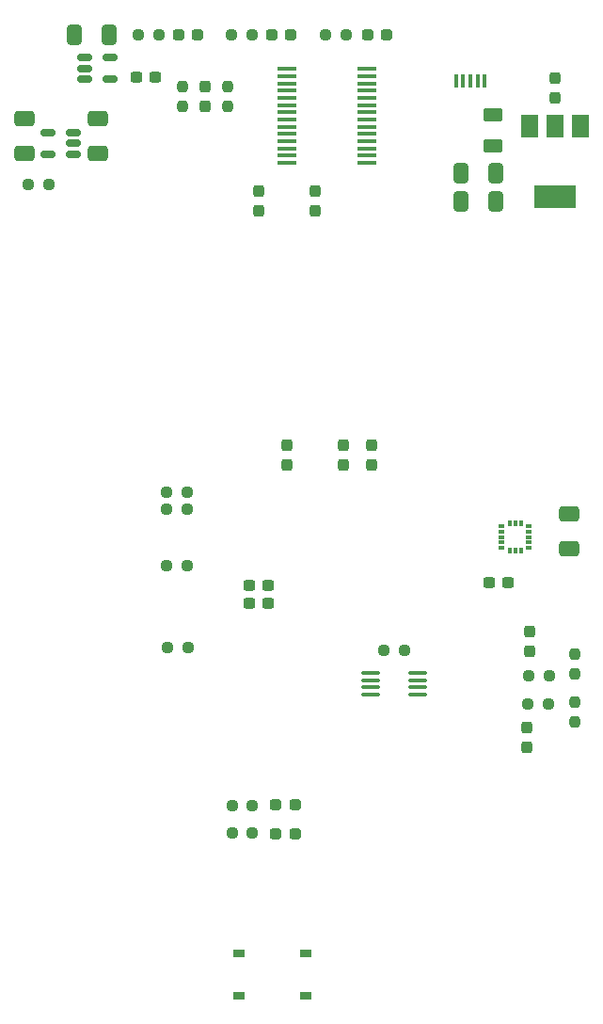
<source format=gtp>
G04 #@! TF.GenerationSoftware,KiCad,Pcbnew,7.0.7*
G04 #@! TF.CreationDate,2023-09-24T19:29:38+02:00*
G04 #@! TF.ProjectId,ardumate,61726475-6d61-4746-952e-6b696361645f,rev?*
G04 #@! TF.SameCoordinates,Original*
G04 #@! TF.FileFunction,Paste,Top*
G04 #@! TF.FilePolarity,Positive*
%FSLAX46Y46*%
G04 Gerber Fmt 4.6, Leading zero omitted, Abs format (unit mm)*
G04 Created by KiCad (PCBNEW 7.0.7) date 2023-09-24 19:29:38*
%MOMM*%
%LPD*%
G01*
G04 APERTURE LIST*
G04 Aperture macros list*
%AMRoundRect*
0 Rectangle with rounded corners*
0 $1 Rounding radius*
0 $2 $3 $4 $5 $6 $7 $8 $9 X,Y pos of 4 corners*
0 Add a 4 corners polygon primitive as box body*
4,1,4,$2,$3,$4,$5,$6,$7,$8,$9,$2,$3,0*
0 Add four circle primitives for the rounded corners*
1,1,$1+$1,$2,$3*
1,1,$1+$1,$4,$5*
1,1,$1+$1,$6,$7*
1,1,$1+$1,$8,$9*
0 Add four rect primitives between the rounded corners*
20,1,$1+$1,$2,$3,$4,$5,0*
20,1,$1+$1,$4,$5,$6,$7,0*
20,1,$1+$1,$6,$7,$8,$9,0*
20,1,$1+$1,$8,$9,$2,$3,0*%
G04 Aperture macros list end*
%ADD10RoundRect,0.250000X0.412500X0.650000X-0.412500X0.650000X-0.412500X-0.650000X0.412500X-0.650000X0*%
%ADD11RoundRect,0.250000X-0.650000X0.412500X-0.650000X-0.412500X0.650000X-0.412500X0.650000X0.412500X0*%
%ADD12RoundRect,0.237500X-0.250000X-0.237500X0.250000X-0.237500X0.250000X0.237500X-0.250000X0.237500X0*%
%ADD13RoundRect,0.087500X0.187500X0.087500X-0.187500X0.087500X-0.187500X-0.087500X0.187500X-0.087500X0*%
%ADD14RoundRect,0.087500X0.087500X0.187500X-0.087500X0.187500X-0.087500X-0.187500X0.087500X-0.187500X0*%
%ADD15RoundRect,0.237500X-0.237500X0.250000X-0.237500X-0.250000X0.237500X-0.250000X0.237500X0.250000X0*%
%ADD16RoundRect,0.237500X0.237500X-0.300000X0.237500X0.300000X-0.237500X0.300000X-0.237500X-0.300000X0*%
%ADD17RoundRect,0.237500X0.287500X0.237500X-0.287500X0.237500X-0.287500X-0.237500X0.287500X-0.237500X0*%
%ADD18RoundRect,0.100000X-0.712500X-0.100000X0.712500X-0.100000X0.712500X0.100000X-0.712500X0.100000X0*%
%ADD19RoundRect,0.237500X-0.287500X-0.237500X0.287500X-0.237500X0.287500X0.237500X-0.287500X0.237500X0*%
%ADD20RoundRect,0.237500X-0.300000X-0.237500X0.300000X-0.237500X0.300000X0.237500X-0.300000X0.237500X0*%
%ADD21RoundRect,0.237500X0.250000X0.237500X-0.250000X0.237500X-0.250000X-0.237500X0.250000X-0.237500X0*%
%ADD22R,1.750000X0.450000*%
%ADD23RoundRect,0.237500X0.237500X-0.250000X0.237500X0.250000X-0.237500X0.250000X-0.237500X-0.250000X0*%
%ADD24RoundRect,0.150000X-0.512500X-0.150000X0.512500X-0.150000X0.512500X0.150000X-0.512500X0.150000X0*%
%ADD25RoundRect,0.237500X-0.237500X0.300000X-0.237500X-0.300000X0.237500X-0.300000X0.237500X0.300000X0*%
%ADD26RoundRect,0.250000X0.650000X-0.412500X0.650000X0.412500X-0.650000X0.412500X-0.650000X-0.412500X0*%
%ADD27RoundRect,0.237500X0.300000X0.237500X-0.300000X0.237500X-0.300000X-0.237500X0.300000X-0.237500X0*%
%ADD28R,1.000000X0.750000*%
%ADD29RoundRect,0.250000X-0.625000X0.375000X-0.625000X-0.375000X0.625000X-0.375000X0.625000X0.375000X0*%
%ADD30R,1.500000X2.000000*%
%ADD31R,3.800000X2.000000*%
%ADD32RoundRect,0.150000X0.512500X0.150000X-0.512500X0.150000X-0.512500X-0.150000X0.512500X-0.150000X0*%
%ADD33R,0.450000X1.300000*%
G04 APERTURE END LIST*
D10*
X125006500Y-42418000D03*
X121881500Y-42418000D03*
D11*
X123952000Y-49999500D03*
X123952000Y-53124500D03*
X117348000Y-49999500D03*
X117348000Y-53124500D03*
D12*
X162663500Y-102616000D03*
X164488500Y-102616000D03*
D13*
X162769000Y-88630000D03*
X162769000Y-88130000D03*
X162769000Y-87630000D03*
X162769000Y-87130000D03*
X162769000Y-86630000D03*
D14*
X162044000Y-86405000D03*
X161544000Y-86405000D03*
X161044000Y-86405000D03*
D13*
X160319000Y-86630000D03*
X160319000Y-87130000D03*
X160319000Y-87630000D03*
X160319000Y-88130000D03*
X160319000Y-88630000D03*
D14*
X161044000Y-88855000D03*
X161544000Y-88855000D03*
X162044000Y-88855000D03*
D10*
X159804500Y-54864000D03*
X156679500Y-54864000D03*
D12*
X130151500Y-90170000D03*
X131976500Y-90170000D03*
D15*
X166878000Y-98147500D03*
X166878000Y-99972500D03*
D16*
X138425000Y-58266500D03*
X138425000Y-56541500D03*
D17*
X141704000Y-111710000D03*
X139954000Y-111710000D03*
D18*
X148509500Y-99863000D03*
X148509500Y-100513000D03*
X148509500Y-101163000D03*
X148509500Y-101813000D03*
X152734500Y-101813000D03*
X152734500Y-101163000D03*
X152734500Y-100513000D03*
X152734500Y-99863000D03*
D19*
X131205000Y-42418000D03*
X132955000Y-42418000D03*
D20*
X137567500Y-93599000D03*
X139292500Y-93599000D03*
D21*
X137886500Y-111760000D03*
X136061500Y-111760000D03*
D22*
X140970000Y-45525000D03*
X140970000Y-46175000D03*
X140970000Y-46825000D03*
X140970000Y-47475000D03*
X140970000Y-48125000D03*
X140970000Y-48775000D03*
X140970000Y-49425000D03*
X140970000Y-50075000D03*
X140970000Y-50725000D03*
X140970000Y-51375000D03*
X140970000Y-52025000D03*
X140970000Y-52675000D03*
X140970000Y-53325000D03*
X140970000Y-53975000D03*
X148170000Y-53975000D03*
X148170000Y-53325000D03*
X148170000Y-52675000D03*
X148170000Y-52025000D03*
X148170000Y-51375000D03*
X148170000Y-50725000D03*
X148170000Y-50075000D03*
X148170000Y-49425000D03*
X148170000Y-48775000D03*
X148170000Y-48125000D03*
X148170000Y-47475000D03*
X148170000Y-46825000D03*
X148170000Y-46175000D03*
X148170000Y-45525000D03*
D23*
X166878000Y-104290500D03*
X166878000Y-102465500D03*
D24*
X122814500Y-44516000D03*
X122814500Y-45466000D03*
X122814500Y-46416000D03*
X125089500Y-46416000D03*
X125089500Y-44516000D03*
D25*
X140970000Y-79401500D03*
X140970000Y-81126500D03*
D26*
X166370000Y-88684500D03*
X166370000Y-85559500D03*
D12*
X130255000Y-97536000D03*
X132080000Y-97536000D03*
D16*
X165100000Y-48106500D03*
X165100000Y-46381500D03*
D21*
X119530500Y-55880000D03*
X117705500Y-55880000D03*
D27*
X160882500Y-91694000D03*
X159157500Y-91694000D03*
D17*
X149973000Y-42418000D03*
X148223000Y-42418000D03*
D15*
X135680000Y-47093500D03*
X135680000Y-48918500D03*
D28*
X142700000Y-128875000D03*
X136700000Y-128875000D03*
X142700000Y-125125000D03*
X136700000Y-125125000D03*
D25*
X133648000Y-47143500D03*
X133648000Y-48868500D03*
D12*
X127611500Y-42418000D03*
X129436500Y-42418000D03*
D29*
X159512000Y-49654000D03*
X159512000Y-52454000D03*
D21*
X146313500Y-42418000D03*
X144488500Y-42418000D03*
D12*
X130151500Y-83566000D03*
X131976500Y-83566000D03*
D30*
X167400000Y-50698000D03*
X165100000Y-50698000D03*
D31*
X165100000Y-56998000D03*
D30*
X162800000Y-50698000D03*
D15*
X131616000Y-47093500D03*
X131616000Y-48918500D03*
D20*
X137567500Y-91948000D03*
X139292500Y-91948000D03*
D17*
X141704000Y-114300000D03*
X139954000Y-114300000D03*
D25*
X148590000Y-79401500D03*
X148590000Y-81126500D03*
D10*
X159804500Y-57404000D03*
X156679500Y-57404000D03*
D16*
X162814000Y-97890500D03*
X162814000Y-96165500D03*
D21*
X151534500Y-97790000D03*
X149709500Y-97790000D03*
D12*
X162767000Y-100076000D03*
X164592000Y-100076000D03*
D20*
X127407500Y-46228000D03*
X129132500Y-46228000D03*
D32*
X121787500Y-53173500D03*
X121787500Y-52223500D03*
X121787500Y-51273500D03*
X119512500Y-51273500D03*
X119512500Y-53173500D03*
D17*
X141337000Y-42418000D03*
X139587000Y-42418000D03*
D33*
X158785000Y-46597000D03*
X158135000Y-46597000D03*
X157485000Y-46597000D03*
X156835000Y-46597000D03*
X156185000Y-46597000D03*
D21*
X137818500Y-42418000D03*
X135993500Y-42418000D03*
D16*
X143510000Y-58266500D03*
X143510000Y-56541500D03*
D25*
X146050000Y-79401500D03*
X146050000Y-81126500D03*
D12*
X130151500Y-85090000D03*
X131976500Y-85090000D03*
D21*
X137886500Y-114270000D03*
X136061500Y-114270000D03*
D25*
X162560000Y-104801500D03*
X162560000Y-106526500D03*
M02*

</source>
